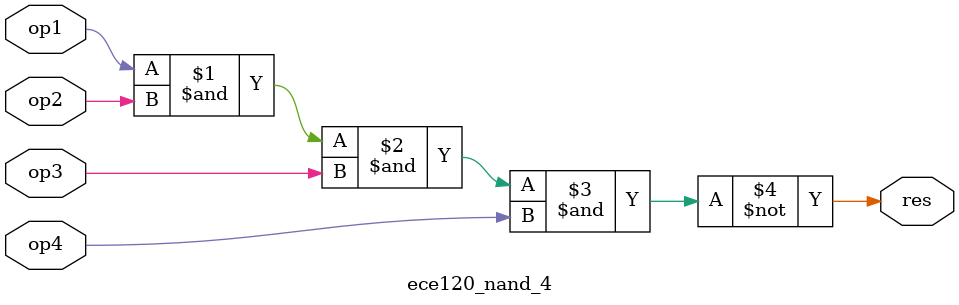
<source format=sv>
module ece120_nand_4(
    input logic op1, op2, op3, op4,
    output logic res
    );
    assign res = ~(op1 & op2 & op3 & op4);
endmodule
</source>
